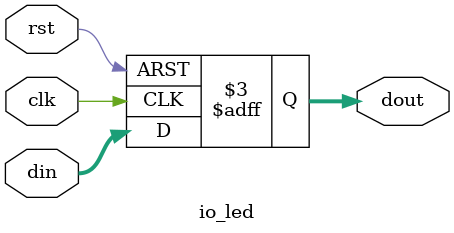
<source format=v>
/***************************************
   プッシュスイッチ制御回路
 ***************************************/

module io_psw(
	clk, rst, 
	psw_a, psw_b, psw_c, psw_d, psw_val, psw_fn );
	
	input         clk, rst;
	input  [ 4:0] psw_a, psw_b, psw_c, psw_d;
	output [ 3:0] psw_val;
	output [ 3:0] psw_fn;
	
	wire          ld;
	wire   [19:0] psw_in;
	
	/* 5行4列のキー入力を20bitの信号に結合 */
	assign psw_in = { psw_d, psw_c, psw_b, psw_a };
	/* キー入力判定周期パルス生成回路(周期5ms) */
	psw_pulse pp( .clk(clk), .rst(rst), .co(ld) );
	/* キー入力検出回路 */
	psw_detecter pd( .clk(clk), .rst(rst), .ld(ld), .psw_in(psw_in), 
	                 .psw_val(psw_val), .psw_fn(psw_fn) );
	
endmodule
/*
 * キー入力判定周期パルス生成回路
 *
 * 一定周期のパルスを生成(周期5ms)
 *
 */
module psw_pulse(
	clk, rst, co );
	
	input  clk, rst;
	output co;
	reg    [16:0] cnt;
	
	/* カウンタ最大値(100000/20Mhz=5ms) */
	assign co = ( cnt == 17'd100000 );
	
	always@( posedge clk or negedge rst ) begin
		if( rst == 1'b0 ) begin
			cnt <= 17'h0;
		end else if( co == 1'b1 ) begin
			/* しきい値に達したらカウンタを初期化 */
			cnt <= 17'h1;
		end else begin
			/* カウントを繰り返す */
			cnt <= cnt + 17'h1; 
		end
	end
	
endmodule
/*
 * キー入力検出回路
 *
 * 一定周期のパルスでシフトレジスタによってスイッチ入力を検出
 * 検出したら一定時間経過後にパルスを1回だけ出力
 *
 */
module psw_detecter(
	clk, rst, ld, psw_in, psw_val, psw_fn );
	
	input  clk, rst;
	input  ld;
	input  [19:0] psw_in;
	output [ 3:0] psw_val;
	output [ 3:0] psw_fn;
	
	reg    [ 3:0] psw_val;
	reg    [ 3:0] psw_fn;
	reg    [ 4:0] psw_id;
	reg    [ 1:0] dly;
	reg    [ 2:0] cnt;
	wire          max;
	
	
	always@( posedge clk or negedge rst ) begin
		if( rst == 1'b0 ) begin
			dly <= 2'b11;
		end else if( ld == 1'b1 ) begin
			/* 何かキー入力があればシフトレジスタで検出 */
			dly <= { dly[0], ~&psw_in };
		end
	end
	/* カウンタ最大値 */
	assign max = &cnt;
	
	always@( posedge clk or negedge rst ) begin
		if( rst == 1'b0 ) begin
			cnt <= 3'h0;
			psw_id <= 5'h0;
		end else if( dly[0] == 1'b0 ) begin /* 10 or 00 */
			/* キー入力がなければカウント停止 */
			cnt <= 3'h0;
			psw_id <= 5'h0;
		end else if( dly[1] == 1'b0 ) begin /* 01 */
			/* キー入力を検出したらカウント開始 */
			cnt <= 3'h1;
			/* キー入力を5bitの値に変換 */
			case( ~psw_in )
				20'h00001 : psw_id <= 5'h00;
				20'h00002 : psw_id <= 5'h01;
				20'h00004 : psw_id <= 5'h02;
				20'h00008 : psw_id <= 5'h03;
				20'h00020 : psw_id <= 5'h04;
				20'h00040 : psw_id <= 5'h05;
				20'h00080 : psw_id <= 5'h06;
				20'h00100 : psw_id <= 5'h07;
				20'h00400 : psw_id <= 5'h08;
				20'h00800 : psw_id <= 5'h09;
				20'h01000 : psw_id <= 5'h0A;
				20'h02000 : psw_id <= 5'h0B;
				20'h08000 : psw_id <= 5'h0C;
				20'h10000 : psw_id <= 5'h0D;
				20'h20000 : psw_id <= 5'h0E;
				20'h40000 : psw_id <= 5'h0F;
				20'h00010 : psw_id <= 5'h10;
				20'h00200 : psw_id <= 5'h11;
				20'h04000 : psw_id <= 5'h12;
				20'h80000 : psw_id <= 5'h13;
			endcase
		end else if( max == 1'b1 ) begin
			/* しきい値に達したらカウント停止 */
			cnt <= 3'h0;
			psw_id <= 5'h0;
		end else if( cnt != 3'h0 ) begin
			/* 停止状態でなければカウントを繰り返す */
			cnt <= cnt + 3'h1;
		end
	end
	
	always@( posedge clk or negedge rst ) begin
		if( rst == 1'b0 ) begin
			psw_val <= 4'h0;
		end else if( max == 1'b1 && psw_id[4] == 1'b0 ) begin
			/* キー入力が0〜Fなら値をセット */
			psw_val <= psw_id[3:0];
		end
	end
	
	always@( posedge clk or negedge rst ) begin
		if( rst == 1'b0 ) begin
			psw_fn <= 4'b0000;
		end else if( max == 1'b1 && psw_id[4] == 1'b1 ) begin
			if( psw_id[1:0] == 2'b01 ) begin
				/* パルス入力モードの制御ビットをセット */
				psw_fn[0] <= 1'b1;
				/* パルス入力モードならパルスを生成 */
				psw_fn[1] <= psw_fn[0];
			end else begin
				/* キー入力に応じて制御ビットを反転 */
				psw_fn[psw_id[1:0]] <= ~psw_fn[psw_id[1:0]];
				psw_fn[1] <= 1'b0;
			end
		end else begin
			psw_fn[1] <= 1'b0;
		end
	end
	
endmodule

/***************************************
   ブザー制御回路
 ***************************************/

module io_bz(
	clk, rst, 
	start, val, bz );
	
	input  clk;
	input  rst;
	input  start;
	input  [7:0] val;
	output bz;
	
	wire   enable, pitch;
	/* 音価(音の長さ)生成回路 */
	bz_time bt( .clk(clk), .rst(rst), .start(start), .val(val[7:4]), .enable(enable) );
	/* 音程(音の高さ)生成回路 */
	bz_pitch bp( .clk(clk), .rst(rst), .val(val[3:0]), .pitch(pitch) );
	/* ブザーに矩形波を出力 */
	assign bz = enable & pitch;
	
endmodule
/*
 * 音価生成回路
 *
 * トリガ入力の立ち上がりから
 * 入力値に応じた長さのイネーブル信号を出力
 */
module bz_time(
	clk, rst, start, val, enable );
	
	input clk, rst;
	input start;
	input [3:0] val;
	output enable;
	reg    [ 1:0] dly;
	reg    [23:0] cnt;
	reg    [23:0] cref;
	wire   max;
	
	always@( posedge clk or negedge rst ) begin
		if( rst == 1'b0 ) begin
			cref <= 24'd0;
		end else begin
			/* 入力値に応じてカウンタのしきい値を設定 */
			case( val )                        /* sec */
				4'b0000: cref <= 24'd01000000; /* 0.1 */
				4'b0001: cref <= 24'd02000000; /* 0.2 */
				4'b0010: cref <= 24'd03000000; /* 0.3 */
				4'b0011: cref <= 24'd04000000; /* 0.4 */
				4'b0100: cref <= 24'd05000000; /* 0.5 */
				4'b0101: cref <= 24'd06000000; /* 0.6 */
				4'b0110: cref <= 24'd07000000; /* 0.7 */
				4'b0111: cref <= 24'd08000000; /* 0.8 */
				4'b1000: cref <= 24'd09000000; /* 0.9 */
				4'b1001: cref <= 24'd10000000; /* 1.0 */
				4'b1010: cref <= 24'd11000000; /* 1.1 */
				4'b1011: cref <= 24'd12000000; /* 1.2 */
				4'b1100: cref <= 24'd13000000; /* 1.3 */
				4'b1101: cref <= 24'd14000000; /* 1.4 */
				4'b1110: cref <= 24'd15000000; /* 1.5 */
				4'b1111: cref <= 24'd16000000; /* 1.6 */
				default: cref <= 24'd0;
			endcase
		end
	end
	
	always@( posedge clk or negedge rst ) begin
		if( rst == 1'b0 ) begin
			dly <= 2'b00;
		end else begin
			/* トリガ入力の立ち上がりを検出 */
			dly <= { dly[0], start };
		end
	end
	/* カウンタの停止条件 */	
	assign max = ( cnt == cref );
	/* カウンタの動作時に立ち上げる */
	assign enable = ( cnt != 24'h0 );
	
	always@( posedge clk or negedge rst ) begin
		if( rst == 1'b0 ) begin
			cnt <= 24'd0;
		end else if( dly == 2'b01 ) begin
			/* トリガ入力を検出したらカウンタの動作開始 */
			cnt <= 24'd1;
		end else if( max == 1'b1 ) begin
			/* しきい値に達したらカウンタの動作停止 */
			cnt <= 24'd0;
		end else begin
			/* カウントを繰り返す */
			cnt <= cnt + enable;
		end
	end
	
endmodule

/*
 * 音程生成回路
 *
 * 入力値に応じた周波数のピッチ信号を出力
 *
 */

module bz_pitch( 
	clk, rst, val, pitch );
	
	input  clk, rst;
	input  [3:0] val;
	output pitch;
	reg    pitch;
	reg    [15:0] cnt;
	reg    [15:0] cref;
	wire   max, zero;
	
	always@( posedge clk or negedge rst ) begin
		if( rst == 1'b0 ) begin	
			cref <= 16'hFFFF;
		end else begin
			/* 入力値に応じてカウンタのしきい値を設定 */
			case( val )                     /*        Hz */
				4'b0000: cref <= 16'hFFFF;  /* R    0.00 */
				4'b0001: cref <= 16'd38223; /* C  261.62 */
				4'b0010: cref <= 16'd34053; /* D  293.66 */
				4'b0011: cref <= 16'd30338; /* E  329.62 */
				4'b0100: cref <= 16'd28635; /* F  349.22 */
				4'b0101: cref <= 16'd25511; /* G  391.99 */
				4'b0110: cref <= 16'd22727; /* A  440.00 */
				4'b0111: cref <= 16'd20248; /* B  493.88 */
				4'b1000: cref <= 16'd19111; /* C  523.25 */
				4'b1001: cref <= 16'd17026; /* D  587.32 */
				4'b1010: cref <= 16'd15169; /* E  659.25 */
				4'b1011: cref <= 16'd14317; /* F  698.45 */
				4'b1100: cref <= 16'd12755; /* G  783.99 */
				4'b1101: cref <= 16'd11364; /* A  880.00 */
				4'b1110: cref <= 16'd10124; /* B  987.76 */
				4'b1111: cref <= 16'd09556; /* C 1046.50 */
				default: cref <= 16'hFFFF;
			endcase
		end
	end
	/* カウンタの停止条件 */
	assign max = ( cnt == cref );
	/* 入力値が0 */
	assign zero = ( val == 4'h0 );
	
	always@( posedge clk or negedge rst ) begin
		if( rst == 1'b0 ) begin
			cnt <= 16'h0;
		end else if( zero == 1'b1 ) begin
			/* 入力値が0の場合はカウンタを停止 */
			cnt <= 16'h0;
		end else if( max == 1'b1 ) begin
			/* しきい値に達したらカウンタを初期化 */
			cnt <= 16'h1;
		end else begin
			/* カウントを繰り返す */
			cnt <= cnt + 16'h1; 
		end
	end
	
	always@( posedge clk or negedge rst ) begin
		if( rst == 1'b0 ) begin
			pitch <= 1'b0;
		end else if( zero == 1'b1 ) begin
			/* 入力値が0の場合はピッチ信号を停止 */
			pitch <= 1'b0;
		end else if( max == 1'b1 ) begin
			/* カウンタからのパルスでピッチ信号を反転 */
			pitch <= ~pitch;
		end
	end
	
endmodule

/***************************************
   7セグメントLED制御回路
 ***************************************/

module io_seg(
	clk, rst, sa, sb, d, qa, qb );
	
	input  clk;
	input  rst;
	output [ 3:0] sa, sb;
	input  [31:0] d;
	output [ 7:0] qa, qb;
	
	wire   [ 3:0] va, vb;
	wire   [ 3:0] sel;
	
	assign sa = sel;
	assign sb = sel;

	/* 7セグメントLED選択回路(セレクタの選択信号を出力) */
	seg_selecter ss( .clk(clk), .rst(rst), .sel(sel) );
	/* 7セグメントLEDレジスタ(セレクタで動的に選択して出力) */
	seg_register sra( .clk(clk), .rst(rst), .sel(sel), .din(d[31:16]), .dout(va) );
	seg_register srb( .clk(clk), .rst(rst), .sel(sel), .din(d[15: 0]), .dout(vb) );
	/* 7セグメントLEDデコーダ */
	seg_decoder sda( .clk(clk), .rst(rst), .val(va), .seg(qa) );
	seg_decoder sdb( .clk(clk), .rst(rst), .val(vb), .seg(qb) );
	
endmodule

/*
 * 7セグメントLED選択回路
 *
 * 一定時間ごとに出力先の7セグメントLEDの選択信号を切り換える
 *
 */

module seg_selecter(
	clk, rst, sel );
	
	input  clk, rst;
	output [ 3:0] sel;
	
	reg    [ 3:0] sel;
	reg    [13:0] cnt;
	wire   max;
	
	/* カウンタのしきい値 */
	assign max = ( cnt == 14'h3000 );
	
	always@( posedge clk or negedge rst ) begin
		if( rst == 1'b0 ) begin
			cnt <= 14'h1;
		end else if( cnt == max ) begin
			/* しきい値に達したらパルスを出力 */
			cnt <= 14'h1;
		end else begin
			/* カウントを繰り返す */
			cnt <= cnt + 14'h1;
		end
	end
	
	always@( posedge clk or negedge rst ) begin
		if( rst == 1'b0 ) begin
			sel <= 4'b0000;
		end else if( sel == 4'b0000 ) begin
			sel <= 4'b1110;
		end else if( max == 1'b1 ) begin
			/* カウンタからのパルスで選択信号を変更 */
			sel <= { sel[2:0], sel[3] };
		end
	end
	
endmodule

/*
 * 入力信号選択回路
 *
 * 入力信号を選択して出力する
 *
 */

module seg_register(
	clk, rst, sel, din, dout );
	
	input  clk, rst;
	input  [ 3:0] sel;
	input  [15:0] din;
	output [ 3:0] dout;
	
	reg    [ 3:0] dout;
	
	always@( posedge clk or negedge rst ) begin
		if( rst == 1'b0 ) begin
			dout <= 4'h0;
		end else begin
			/* 4bit x 4のうち1つを選択 */
			case( sel )
				4'b1110: dout <= din[15:12];
				4'b1101: dout <= din[11: 8];
				4'b1011: dout <= din[ 7: 4];
				4'b0111: dout <= din[ 3: 0];
				default: dout <= 4'hx;
			endcase
		end
	end
	
endmodule

/*
 * 7セグメントLEDデコーダ
 *
 * 入力された信号を7セグメントLEDの表示パターンにデコードする
 *
 */

module seg_decoder(
	clk, rst, val, seg );
	
	input  clk, rst;
	input  [3:0] val;
	output [7:0] seg;
	
	reg    [7:0] seg;
	
	always@( posedge clk or negedge rst ) begin
		if( rst == 1'b0 ) begin
			seg <= 8'h0;
		end else begin
			/* 7セグメントLEDの表示パターン */
			case( val )
				4'h0: seg <= 8'b11111100;
				4'h1: seg <= 8'b01100000;
				4'h2: seg <= 8'b11011010;
				4'h3: seg <= 8'b11110010;
				4'h4: seg <= 8'b01100110;
				4'h5: seg <= 8'b10110110;
				4'h6: seg <= 8'b10111110;
				4'h7: seg <= 8'b11100000;
				4'h8: seg <= 8'b11111110;
				4'h9: seg <= 8'b11110110;
				4'hA: seg <= 8'b11101110;
				4'hB: seg <= 8'b00111110;
				4'hC: seg <= 8'b00011010;
				4'hD: seg <= 8'b01111010;
				4'hE: seg <= 8'b10011110;
				4'hF: seg <= 8'b10001110;
				default: seg <= 8'hxx;
			endcase
		end
	end
	
endmodule

/***************************************
   ロータリースイッチ制御回路
 ***************************************/

module io_rtsw(
	clk, rst, din, dout );
	
	input  clk, rst;
	input  [3:0] din;
	output [3:0] dout;
	reg    [3:0] dout;
	
	always@( posedge clk or negedge rst ) begin
		if( rst == 1'b0 ) begin
			dout <= 4'h0;
		end else begin
			dout <= din;
		end
	end
	
endmodule

/***************************************
   DIPスイッチ制御回路
 ***************************************/

module io_dipsw(
	clk, rst, din, dout );
	
	input  clk, rst;
	input  [7:0] din;
	output [7:0] dout;
	reg    [7:0] dout;
	
	always@( posedge clk or negedge rst ) begin
		if( rst == 1'b0 ) begin
			dout <= 8'h0;
		end else begin
			dout <= ~din;
		end
	end
	
endmodule

/***************************************
   LED制御回路
 ***************************************/

module io_led(
	clk, rst, din, dout );
	
	input  clk, rst;
	input  [7:0] din;
	output [7:0] dout;
	reg    [7:0] dout;
	
	always@( posedge clk or negedge rst ) begin
		if( rst == 1'b0 ) begin
			dout <= 8'h0;
		end else begin
			dout <= din;
		end
	end
	
endmodule

</source>
